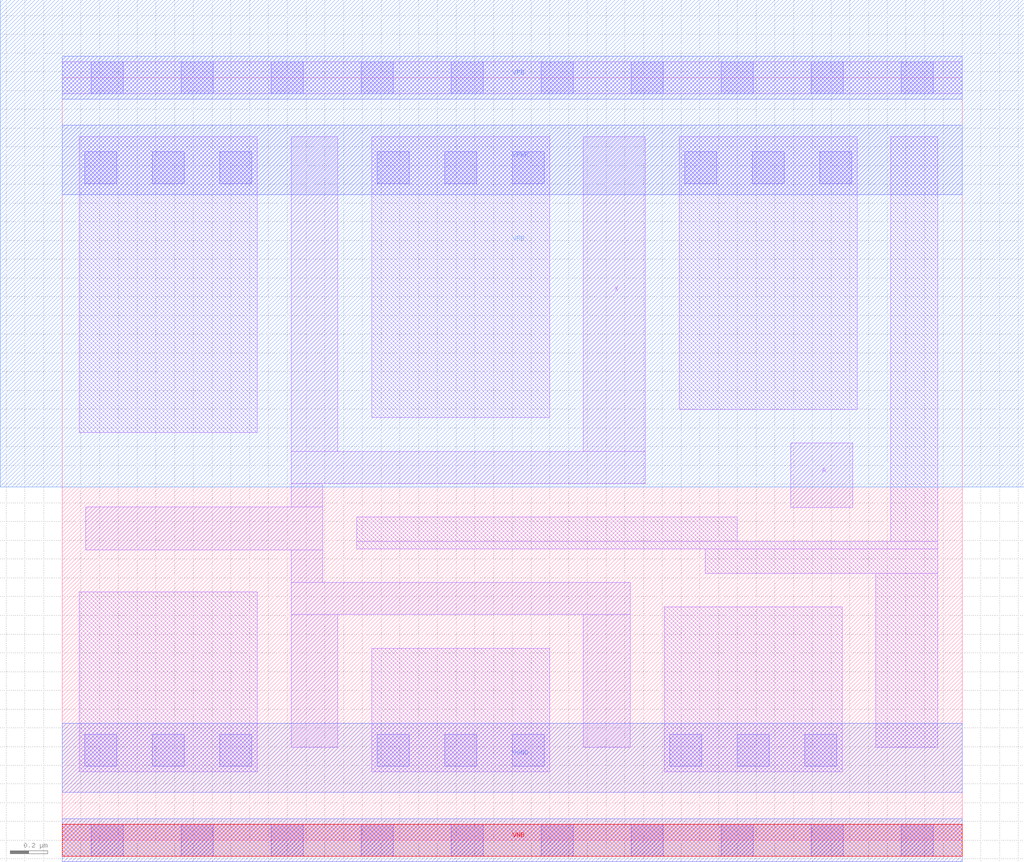
<source format=lef>
# Copyright 2020 The SkyWater PDK Authors
#
# Licensed under the Apache License, Version 2.0 (the "License");
# you may not use this file except in compliance with the License.
# You may obtain a copy of the License at
#
#     https://www.apache.org/licenses/LICENSE-2.0
#
# Unless required by applicable law or agreed to in writing, software
# distributed under the License is distributed on an "AS IS" BASIS,
# WITHOUT WARRANTIES OR CONDITIONS OF ANY KIND, either express or implied.
# See the License for the specific language governing permissions and
# limitations under the License.
#
# SPDX-License-Identifier: Apache-2.0

VERSION 5.7 ;
  NOWIREEXTENSIONATPIN ON ;
  DIVIDERCHAR "/" ;
  BUSBITCHARS "[]" ;
MACRO sky130_fd_sc_hvl__buf_4
  CLASS CORE ;
  FOREIGN sky130_fd_sc_hvl__buf_4 ;
  ORIGIN  0.000000  0.000000 ;
  SIZE  4.800000 BY  4.070000 ;
  SYMMETRY X Y ;
  SITE unithv ;
  PIN A
    ANTENNAGATEAREA  1.125000 ;
    DIRECTION INPUT ;
    USE SIGNAL ;
    PORT
      LAYER li1 ;
        RECT 3.885000 1.775000 4.215000 2.120000 ;
    END
  END A
  PIN X
    ANTENNADIFFAREA  1.260000 ;
    DIRECTION OUTPUT ;
    USE SIGNAL ;
    PORT
      LAYER li1 ;
        RECT 0.125000 1.550000 1.390000 1.780000 ;
        RECT 1.220000 0.495000 1.470000 1.205000 ;
        RECT 1.220000 1.205000 3.030000 1.375000 ;
        RECT 1.220000 1.375000 1.390000 1.550000 ;
        RECT 1.220000 1.780000 1.390000 1.905000 ;
        RECT 1.220000 1.905000 3.110000 2.075000 ;
        RECT 1.220000 2.075000 1.470000 3.755000 ;
        RECT 2.780000 0.495000 3.030000 1.205000 ;
        RECT 2.780000 2.075000 3.110000 3.755000 ;
    END
  END X
  PIN VGND
    DIRECTION INOUT ;
    USE GROUND ;
    PORT
      LAYER met1 ;
        RECT 0.000000 0.255000 4.800000 0.625000 ;
    END
  END VGND
  PIN VNB
    DIRECTION INOUT ;
    USE GROUND ;
    PORT
      LAYER met1 ;
        RECT 0.000000 -0.115000 4.800000 0.115000 ;
      LAYER pwell ;
        RECT 0.000000 -0.085000 4.800000 0.085000 ;
    END
  END VNB
  PIN VPB
    DIRECTION INOUT ;
    USE POWER ;
    PORT
      LAYER met1 ;
        RECT 0.000000 3.955000 4.800000 4.185000 ;
      LAYER nwell ;
        RECT -0.330000 1.885000 5.130000 4.485000 ;
    END
  END VPB
  PIN VPWR
    DIRECTION INOUT ;
    USE POWER ;
    PORT
      LAYER met1 ;
        RECT 0.000000 3.445000 4.800000 3.815000 ;
    END
  END VPWR
  OBS
    LAYER li1 ;
      RECT 0.000000 -0.085000 4.800000 0.085000 ;
      RECT 0.000000  3.985000 4.800000 4.155000 ;
      RECT 0.090000  0.365000 1.040000 1.325000 ;
      RECT 0.090000  2.175000 1.040000 3.755000 ;
      RECT 1.570000  1.555000 4.670000 1.595000 ;
      RECT 1.570000  1.595000 3.600000 1.725000 ;
      RECT 1.650000  0.365000 2.600000 1.025000 ;
      RECT 1.650000  2.255000 2.600000 3.755000 ;
      RECT 3.210000  0.365000 4.160000 1.245000 ;
      RECT 3.290000  2.300000 4.240000 3.755000 ;
      RECT 3.430000  1.425000 4.670000 1.555000 ;
      RECT 4.340000  0.495000 4.670000 1.425000 ;
      RECT 4.420000  1.595000 4.670000 3.755000 ;
    LAYER mcon ;
      RECT 0.120000  0.395000 0.290000 0.565000 ;
      RECT 0.120000  3.505000 0.290000 3.675000 ;
      RECT 0.155000 -0.085000 0.325000 0.085000 ;
      RECT 0.155000  3.985000 0.325000 4.155000 ;
      RECT 0.480000  0.395000 0.650000 0.565000 ;
      RECT 0.480000  3.505000 0.650000 3.675000 ;
      RECT 0.635000 -0.085000 0.805000 0.085000 ;
      RECT 0.635000  3.985000 0.805000 4.155000 ;
      RECT 0.840000  0.395000 1.010000 0.565000 ;
      RECT 0.840000  3.505000 1.010000 3.675000 ;
      RECT 1.115000 -0.085000 1.285000 0.085000 ;
      RECT 1.115000  3.985000 1.285000 4.155000 ;
      RECT 1.595000 -0.085000 1.765000 0.085000 ;
      RECT 1.595000  3.985000 1.765000 4.155000 ;
      RECT 1.680000  0.395000 1.850000 0.565000 ;
      RECT 1.680000  3.505000 1.850000 3.675000 ;
      RECT 2.040000  0.395000 2.210000 0.565000 ;
      RECT 2.040000  3.505000 2.210000 3.675000 ;
      RECT 2.075000 -0.085000 2.245000 0.085000 ;
      RECT 2.075000  3.985000 2.245000 4.155000 ;
      RECT 2.400000  0.395000 2.570000 0.565000 ;
      RECT 2.400000  3.505000 2.570000 3.675000 ;
      RECT 2.555000 -0.085000 2.725000 0.085000 ;
      RECT 2.555000  3.985000 2.725000 4.155000 ;
      RECT 3.035000 -0.085000 3.205000 0.085000 ;
      RECT 3.035000  3.985000 3.205000 4.155000 ;
      RECT 3.240000  0.395000 3.410000 0.565000 ;
      RECT 3.320000  3.505000 3.490000 3.675000 ;
      RECT 3.515000 -0.085000 3.685000 0.085000 ;
      RECT 3.515000  3.985000 3.685000 4.155000 ;
      RECT 3.600000  0.395000 3.770000 0.565000 ;
      RECT 3.680000  3.505000 3.850000 3.675000 ;
      RECT 3.960000  0.395000 4.130000 0.565000 ;
      RECT 3.995000 -0.085000 4.165000 0.085000 ;
      RECT 3.995000  3.985000 4.165000 4.155000 ;
      RECT 4.040000  3.505000 4.210000 3.675000 ;
      RECT 4.475000 -0.085000 4.645000 0.085000 ;
      RECT 4.475000  3.985000 4.645000 4.155000 ;
  END
END sky130_fd_sc_hvl__buf_4
END LIBRARY

</source>
